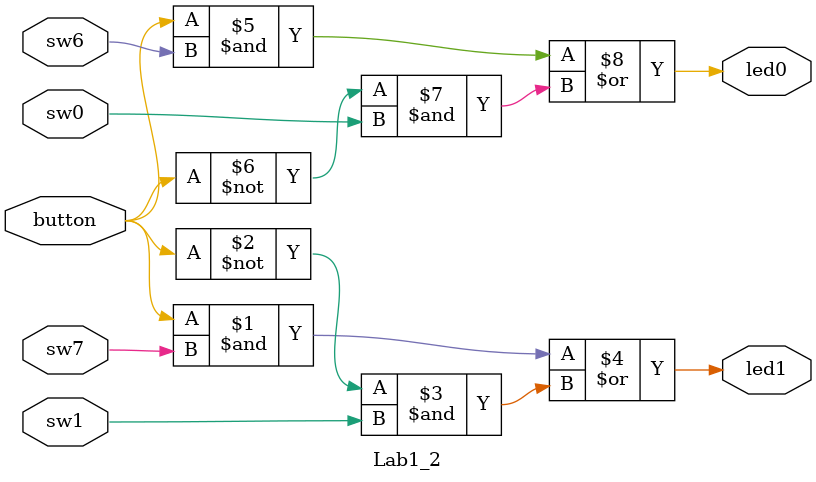
<source format=v>
module Lab1_2 (
    input sw7, sw6,
    input sw1, sw0,
    input button,
    output led1, led0
);


assign led1 = button & sw7 | ~button & sw1; // how led1 works
assign led0 = button & sw6 | ~button & sw0; // how led2 works

endmodule
</source>
